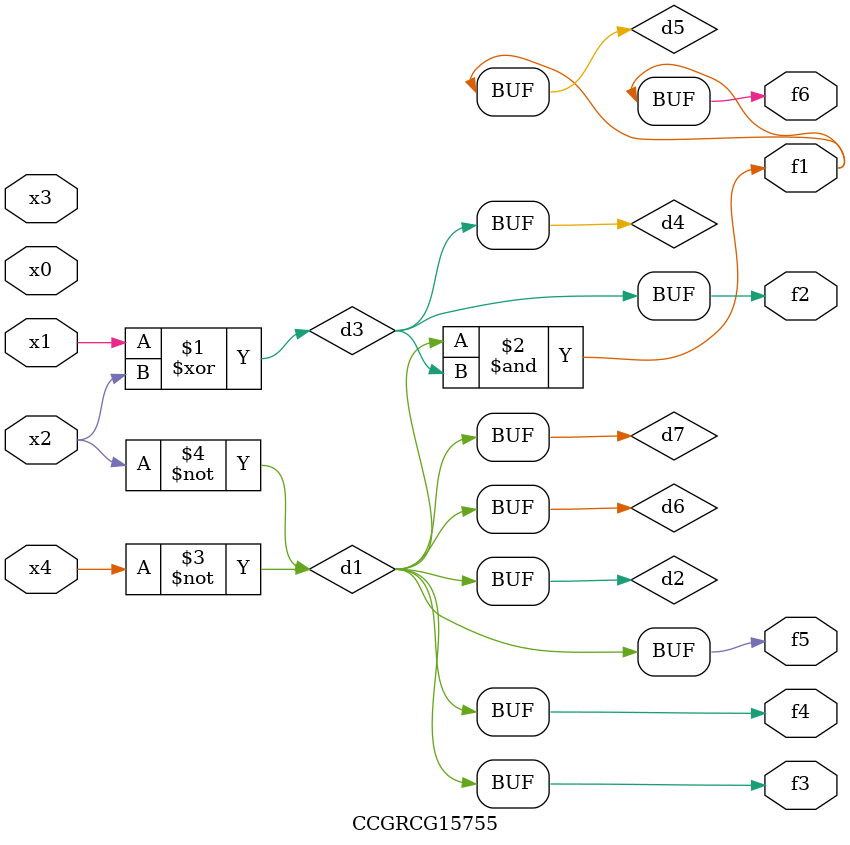
<source format=v>
module CCGRCG15755(
	input x0, x1, x2, x3, x4,
	output f1, f2, f3, f4, f5, f6
);

	wire d1, d2, d3, d4, d5, d6, d7;

	not (d1, x4);
	not (d2, x2);
	xor (d3, x1, x2);
	buf (d4, d3);
	and (d5, d1, d3);
	buf (d6, d1, d2);
	buf (d7, d2);
	assign f1 = d5;
	assign f2 = d4;
	assign f3 = d7;
	assign f4 = d7;
	assign f5 = d7;
	assign f6 = d5;
endmodule

</source>
